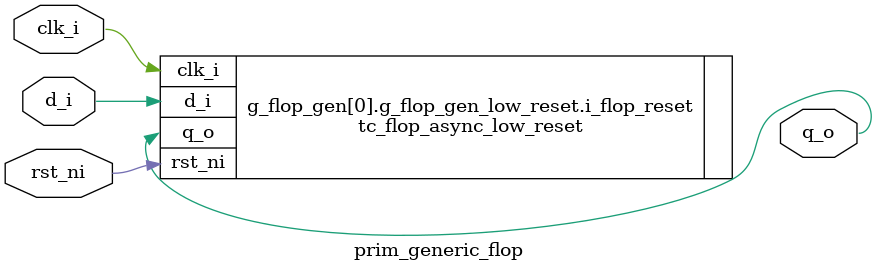
<source format=sv>

`include "prim_assert.sv"

module prim_generic_flop #(
  parameter int               Width      = 1,
  parameter logic [Width-1:0] ResetValue = 0
) (
  input                    clk_i,
  input                    rst_ni,
  input        [Width-1:0] d_i,
  output logic [Width-1:0] q_o
);

  // always_ff @(posedge clk_i or negedge rst_ni) begin
  //   if (!rst_ni) begin
  //     q_o <= ResetValue;
  //   end else begin
  //     q_o <= d_i;
  //   end
  // end

  // Replacing with tech specific cell reference
  for (genvar i = 0; i < Width; i++) begin : g_flop_gen
    if (ResetValue[i] == 1'b0) begin : g_flop_gen_low_reset
      tc_flop_async_low_reset i_flop_reset (
        .clk_i (clk_i ),
        .d_i   (d_i[i]),
        .rst_ni(rst_ni),
        .q_o   (q_o[i])
      );
    end else begin : g_flop_gen_low_set
      tc_flop_async_low_set i_flop_set (
        .clk_i (clk_i ),
        .d_i   (d_i[i]),
        .set_ni(rst_ni),
        .q_o   (q_o[i])
      );
    end
  end

endmodule

</source>
